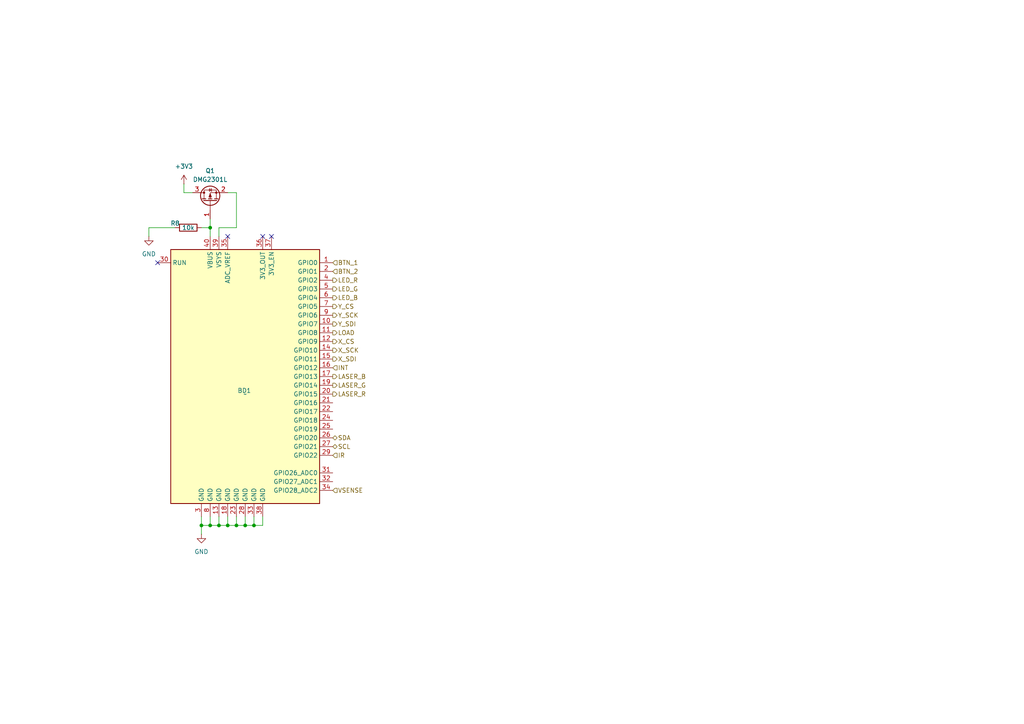
<source format=kicad_sch>
(kicad_sch (version 20231120) (generator "eeschema") (generator_version "8.0")
  (paper "A4")
  (lib_symbols
    (symbol "Custom:RPi-Pico"
      (property "Reference" "BD" (at 0 0 0))
      (symbol "RPi-Pico_0_1"
        (rectangle (start -21.59 41.91) (end 21.59 -31.75) (stroke (width 0.254)) (fill (type background)))
      )
      (symbol "RPi-Pico_1_1"
        (pin bidirectional line (at 25.4 38.1 180) (length 3.81) (name "GPIO0") (number "1"))
        (pin bidirectional line (at 25.4 20.32 180) (length 3.81) (name "GPIO7") (number "10"))
        (pin bidirectional line (at 25.4 17.78 180) (length 3.81) (name "GPIO8") (number "11"))
        (pin bidirectional line (at 25.4 15.24 180) (length 3.81) (name "GPIO9") (number "12"))
        (pin power_in line (at -7.62 -35.56 90) (length 3.81) (name "GND") (number "13"))
        (pin bidirectional line (at 25.4 12.7 180) (length 3.81) (name "GPIO10") (number "14"))
        (pin bidirectional line (at 25.4 10.16 180) (length 3.81) (name "GPIO11") (number "15"))
        (pin bidirectional line (at 25.4 7.62 180) (length 3.81) (name "GPIO12") (number "16"))
        (pin bidirectional line (at 25.4 5.08 180) (length 3.81) (name "GPIO13") (number "17"))
        (pin power_in line (at -5.08 -35.56 90) (length 3.81) (name "GND") (number "18"))
        (pin bidirectional line (at 25.4 2.54 180) (length 3.81) (name "GPIO14") (number "19"))
        (pin bidirectional line (at 25.4 35.56 180) (length 3.81) (name "GPIO1") (number "2"))
        (pin bidirectional line (at 25.4 0 180) (length 3.81) (name "GPIO15") (number "20"))
        (pin bidirectional line (at 25.4 -2.54 180) (length 3.81) (name "GPIO16") (number "21"))
        (pin bidirectional line (at 25.4 -5.08 180) (length 3.81) (name "GPIO17") (number "22"))
        (pin power_in line (at -2.54 -35.56 90) (length 3.81) (name "GND") (number "23"))
        (pin bidirectional line (at 25.4 -7.62 180) (length 3.81) (name "GPIO18") (number "24"))
        (pin bidirectional line (at 25.4 -10.16 180) (length 3.81) (name "GPIO19") (number "25"))
        (pin bidirectional line (at 25.4 -12.7 180) (length 3.81) (name "GPIO20") (number "26"))
        (pin bidirectional line (at 25.4 -15.24 180) (length 3.81) (name "GPIO21") (number "27"))
        (pin power_in line (at 0 -35.56 90) (length 3.81) (name "GND") (number "28"))
        (pin bidirectional line (at 25.4 -17.78 180) (length 3.81) (name "GPIO22") (number "29"))
        (pin power_in line (at -12.7 -35.56 90) (length 3.81) (name "GND") (number "3"))
        (pin input line (at -25.4 38.1 0) (length 3.81) (name "RUN") (number "30"))
        (pin bidirectional line (at 25.4 -22.86 180) (length 3.81) (name "GPIO26_ADC0") (number "31"))
        (pin bidirectional line (at 25.4 -25.4 180) (length 3.81) (name "GPIO27_ADC1") (number "32"))
        (pin power_in line (at 2.54 -35.56 90) (length 3.81) (name "GND") (number "33"))
        (pin bidirectional line (at 25.4 -27.94 180) (length 3.81) (name "GPIO28_ADC2") (number "34"))
        (pin power_in line (at -5.08 45.72 270) (length 3.81) (name "ADC_VREF") (number "35"))
        (pin power_out line (at 5.08 45.72 270) (length 3.81) (name "3V3_OUT") (number "36"))
        (pin power_in line (at 7.62 45.72 270) (length 3.81) (name "3V3_EN") (number "37"))
        (pin power_in line (at 5.08 -35.56 90) (length 3.81) (name "GND") (number "38"))
        (pin power_in line (at -7.62 45.72 270) (length 3.81) (name "VSYS") (number "39"))
        (pin bidirectional line (at 25.4 33.02 180) (length 3.81) (name "GPIO2") (number "4"))
        (pin power_in line (at -10.16 45.72 270) (length 3.81) (name "VBUS") (number "40"))
        (pin bidirectional line (at 25.4 30.48 180) (length 3.81) (name "GPIO3") (number "5"))
        (pin bidirectional line (at 25.4 27.94 180) (length 3.81) (name "GPIO4") (number "6"))
        (pin bidirectional line (at 25.4 25.4 180) (length 3.81) (name "GPIO5") (number "7"))
        (pin power_in line (at -10.16 -35.56 90) (length 3.81) (name "GND") (number "8"))
        (pin bidirectional line (at 25.4 22.86 180) (length 3.81) (name "GPIO6") (number "9"))
      )
    )
    (symbol "Device:R" (pin_numbers hide) (pin_names (offset 0))
      (property "Reference" "R" (at 2.032 0 90))
      (property "Value" "R" (at 0 0 90))
      (symbol "R_0_1"
        (rectangle (start -1.016 -2.54) (end 1.016 2.54) (stroke (width 0.254)))
      )
      (symbol "R_1_1"
        (pin passive line (at 0 3.81 270) (length 1.27) (name "~") (number "1"))
        (pin passive line (at 0 -3.81 90) (length 1.27) (name "~") (number "2"))
      )
    )
    (symbol "Transistor_FET:DMG2301L" (pin_names hide)
      (property "Reference" "Q" (at 5.08 1.905 0))
      (property "Value" "DMG2301L" (at 5.08 0 0))
      (symbol "DMG2301L_0_1"
        (polyline (pts (xy 0.254 0) (xy -2.54 0)))
        (polyline (pts (xy 0.254 1.905) (xy 0.254 -1.905)) (stroke (width 0.254)))
        (polyline (pts (xy 0.762 -1.27) (xy 0.762 -2.286)) (stroke (width 0.254)))
        (polyline (pts (xy 0.762 0.508) (xy 0.762 -0.508)) (stroke (width 0.254)))
        (polyline (pts (xy 0.762 2.286) (xy 0.762 1.27)) (stroke (width 0.254)))
        (polyline (pts (xy 2.54 2.54) (xy 2.54 1.778)))
        (polyline (pts (xy 2.54 -2.54) (xy 2.54 0) (xy 0.762 0)))
        (polyline (pts (xy 0.762 1.778) (xy 3.302 1.778) (xy 3.302 -1.778) (xy 0.762 -1.778)))
        (polyline (pts (xy 2.286 0) (xy 1.27 0.381) (xy 1.27 -0.381) (xy 2.286 0)) (fill (type outline)))
        (polyline (pts (xy 2.794 -0.508) (xy 2.921 -0.381) (xy 3.683 -0.381) (xy 3.81 -0.254)))
        (polyline (pts (xy 3.302 -0.381) (xy 2.921 0.254) (xy 3.683 0.254) (xy 3.302 -0.381)))
        (circle (center 1.651 0) (radius 2.794) (stroke (width 0.254)))
        (circle (center 2.54 -1.778) (radius 0.254) (fill (type outline)))
        (circle (center 2.54 1.778) (radius 0.254) (fill (type outline)))
      )
      (symbol "DMG2301L_1_1"
        (pin input line (at -5.08 0 0) (length 2.54) (name "G") (number "1"))
        (pin passive line (at 2.54 -5.08 90) (length 2.54) (name "S") (number "2"))
        (pin passive line (at 2.54 5.08 270) (length 2.54) (name "D") (number "3"))
      )
    )
    (symbol "power:+BATT" (power) (pin_numbers hide) (pin_names (offset 0) hide)
      (property "Value" "+BATT" (at 0 3.556 0))
      (symbol "+BATT_0_1"
        (polyline (pts (xy -0.762 1.27) (xy 0 2.54)))
        (polyline (pts (xy 0 0) (xy 0 2.54)))
        (polyline (pts (xy 0 2.54) (xy 0.762 1.27)))
      )
      (symbol "+BATT_1_1"
        (pin power_in line (at 0 0 90) (length 0) (name "~") (number "1"))
      )
    )
    (symbol "power:GND" (power) (pin_numbers hide) (pin_names (offset 0) hide)
      (property "Value" "GND" (at 0 -3.81 0))
      (symbol "GND_0_1"
        (polyline (pts (xy 0 0) (xy 0 -1.27) (xy 1.27 -1.27) (xy 0 -2.54) (xy -1.27 -1.27) (xy 0 -1.27)))
      )
      (symbol "GND_1_1"
        (pin power_in line (at 0 0 270) (length 0) (name "~") (number "1"))
      )
    )
  )
  (junction (at 60.96 66.04))
  (junction (at 73.66 152.4))
  (junction (at 60.96 152.4))
  (junction (at 58.42 152.4))
  (junction (at 66.04 152.4))
  (junction (at 63.5 152.4))
  (junction (at 68.58 152.4))
  (junction (at 71.12 152.4))
  (no_connect (at 78.74 68.58))
  (no_connect (at 66.04 68.58))
  (no_connect (at 45.72 76.2))
  (no_connect (at 76.2 68.58))
  (wire (pts (xy 60.96 149.86) (xy 60.96 152.4)))
  (wire (pts (xy 63.5 68.58) (xy 63.5 66.04)))
  (wire (pts (xy 63.5 66.04) (xy 68.58 66.04)))
  (wire (pts (xy 73.66 152.4) (xy 71.12 152.4)))
  (wire (pts (xy 68.58 149.86) (xy 68.58 152.4)))
  (wire (pts (xy 63.5 152.4) (xy 60.96 152.4)))
  (wire (pts (xy 71.12 149.86) (xy 71.12 152.4)))
  (wire (pts (xy 68.58 152.4) (xy 66.04 152.4)))
  (wire (pts (xy 43.18 68.58) (xy 43.18 66.04)))
  (wire (pts (xy 71.12 152.4) (xy 68.58 152.4)))
  (wire (pts (xy 58.42 152.4) (xy 58.42 154.94)))
  (wire (pts (xy 66.04 55.88) (xy 68.58 55.88)))
  (wire (pts (xy 68.58 66.04) (xy 68.58 55.88)))
  (wire (pts (xy 76.2 152.4) (xy 73.66 152.4)))
  (wire (pts (xy 53.34 55.88) (xy 53.34 53.34)))
  (wire (pts (xy 60.96 63.5) (xy 60.96 66.04)))
  (wire (pts (xy 63.5 149.86) (xy 63.5 152.4)))
  (wire (pts (xy 73.66 149.86) (xy 73.66 152.4)))
  (wire (pts (xy 66.04 152.4) (xy 63.5 152.4)))
  (wire (pts (xy 60.96 152.4) (xy 58.42 152.4)))
  (wire (pts (xy 76.2 149.86) (xy 76.2 152.4)))
  (wire (pts (xy 43.18 66.04) (xy 50.8 66.04)))
  (wire (pts (xy 66.04 149.86) (xy 66.04 152.4)))
  (wire (pts (xy 53.34 55.88) (xy 55.88 55.88)))
  (wire (pts (xy 58.42 149.86) (xy 58.42 152.4)))
  (wire (pts (xy 60.96 66.04) (xy 60.96 68.58)))
  (wire (pts (xy 58.42 66.04) (xy 60.96 66.04)))
  (hierarchical_label "BTN_2" (shape input) (at 96.52 78.74 0))
  (hierarchical_label "SDA" (shape bidirectional) (at 96.52 127 0))
  (hierarchical_label "SCL" (shape bidirectional) (at 96.52 129.54 0))
  (hierarchical_label "LASER_G" (shape output) (at 96.52 111.76 0))
  (hierarchical_label "LED_B" (shape output) (at 96.52 86.36 0))
  (hierarchical_label "Y_CS" (shape output) (at 96.52 88.9 0))
  (hierarchical_label "LASER_B" (shape output) (at 96.52 109.22 0))
  (hierarchical_label "LASER_R" (shape output) (at 96.52 114.3 0))
  (hierarchical_label "X_SCK" (shape output) (at 96.52 101.6 0))
  (hierarchical_label "INT" (shape input) (at 96.52 106.68 0))
  (hierarchical_label "X_SDI" (shape output) (at 96.52 104.14 0))
  (hierarchical_label "X_CS" (shape output) (at 96.52 99.06 0))
  (hierarchical_label "LED_G" (shape output) (at 96.52 83.82 0))
  (hierarchical_label "LOAD" (shape output) (at 96.52 96.52 0))
  (hierarchical_label "VSENSE" (shape input) (at 96.52 142.24 0))
  (hierarchical_label "BTN_1" (shape input) (at 96.52 76.2 0))
  (hierarchical_label "IR" (shape input) (at 96.52 132.08 0))
  (hierarchical_label "LED_R" (shape output) (at 96.52 81.28 0))
  (hierarchical_label "Y_SCK" (shape output) (at 96.52 91.44 0))
  (hierarchical_label "Y_SDI" (shape output) (at 96.52 93.98 0))
  (symbol (lib_id "Device:R") (at 54.61 66.04 90) (unit 1)
    (property "Reference" "R8" (at 50.8 64.77 90))
    (property "Value" "10k" (at 54.61 66.04 90))
    (property "Footprint" "Resistor_SMD:R_0402_1005Metric" (effects (hide yes)))
    (property "Description" "Resistor" (effects (hide yes)))
  )
  (symbol (lib_id "power:GND") (at 58.42 154.94 0) (unit 1)
    (property "Reference" "#PWR014" (effects (hide yes)))
    (property "Value" "GND" (at 58.42 160.02 0))
    (property "Description" "Power symbol creates a global label with name \"GND\" , ground" (effects (hide yes)))
  )
  (symbol (lib_id "power:GND") (at 43.18 68.58 0) (unit 1)
    (property "Reference" "#PWR013" (effects (hide yes)))
    (property "Value" "GND" (at 43.18 73.66 0))
    (property "Description" "Power symbol creates a global label with name \"GND\" , ground" (effects (hide yes)))
  )
  (symbol (lib_id "Transistor_FET:DMG2301L") (at 60.96 58.42 90) (unit 1)
    (property "Reference" "Q1" (at 60.96 49.53 90))
    (property "Value" "DMG2301L" (at 60.96 52.07 90))
    (property "Footprint" "Package_TO_SOT_SMD:SOT-23" (effects (hide yes)))
    (property "Datasheet" "https://www.diodes.com/assets/Datasheets/DMG2301L.pdf" (effects (hide yes)))
    (property "Description" "-3A Id, -20V Vds, P-Channel MOSFET, SOT-23" (effects (hide yes)))
  )
  (symbol (lib_id "power:+BATT") (at 53.34 53.34 0) (unit 1)
    (property "Reference" "#PWR012" (effects (hide yes)))
    (property "Value" "+3V3" (at 53.34 48.26 0))
    (property "Description" "Power symbol creates a global label with name \"+BATT\"" (effects (hide yes)))
  )
  (symbol (lib_id "Custom:RPi-Pico") (at 71.12 114.3 0) (unit 1)
    (property "Reference" "BD1" (at 70.866 113.284 0))
    (property "Value" "~" (at 71.12 114.3 0))
    (property "Footprint" "Library:RPi-Pico-THT" (effects (hide yes)))
  )
)
</source>
